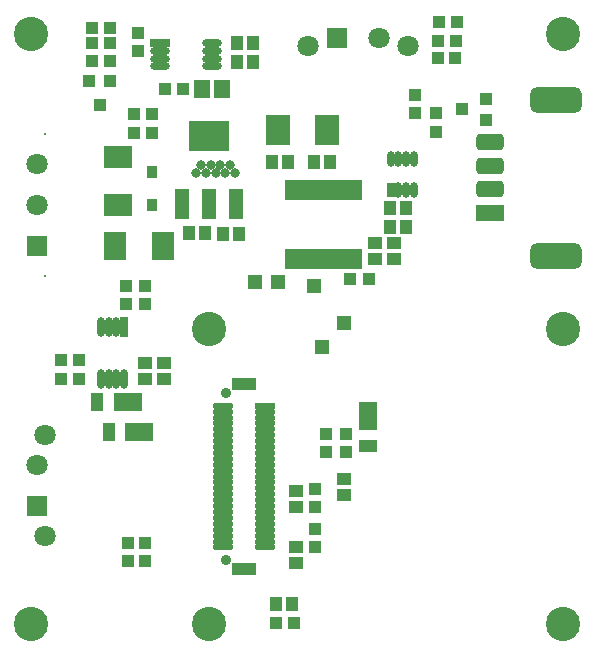
<source format=gts>
G04*
G04 #@! TF.GenerationSoftware,Altium Limited,Altium Designer,19.0.10 (269)*
G04*
G04 Layer_Color=8388736*
%FSLAX25Y25*%
%MOIN*%
G70*
G01*
G75*
%ADD50R,0.07887X0.03950*%
%ADD51O,0.07099X0.01981*%
%ADD52R,0.07099X0.01981*%
%ADD53R,0.04147X0.04147*%
%ADD54R,0.04143X0.04537*%
G04:AMPARAMS|DCode=55|XSize=86.74mil|YSize=173.35mil|CornerRadius=23.68mil|HoleSize=0mil|Usage=FLASHONLY|Rotation=90.000|XOffset=0mil|YOffset=0mil|HoleType=Round|Shape=RoundedRectangle|*
%AMROUNDEDRECTD55*
21,1,0.08674,0.12598,0,0,90.0*
21,1,0.03937,0.17335,0,0,90.0*
1,1,0.04737,0.06299,0.01968*
1,1,0.04737,0.06299,-0.01968*
1,1,0.04737,-0.06299,-0.01968*
1,1,0.04737,-0.06299,0.01968*
%
%ADD55ROUNDEDRECTD55*%
G04:AMPARAMS|DCode=56|XSize=55.24mil|YSize=94.61mil|CornerRadius=15.81mil|HoleSize=0mil|Usage=FLASHONLY|Rotation=90.000|XOffset=0mil|YOffset=0mil|HoleType=Round|Shape=RoundedRectangle|*
%AMROUNDEDRECTD56*
21,1,0.05524,0.06299,0,0,90.0*
21,1,0.02362,0.09461,0,0,90.0*
1,1,0.03162,0.03150,0.01181*
1,1,0.03162,0.03150,-0.01181*
1,1,0.03162,-0.03150,-0.01181*
1,1,0.03162,-0.03150,0.01181*
%
%ADD56ROUNDEDRECTD56*%
%ADD57R,0.09461X0.05524*%
%ADD58R,0.04343X0.03950*%
%ADD59R,0.04147X0.04147*%
%ADD60R,0.04737X0.04737*%
%ADD61O,0.02572X0.05131*%
%ADD62R,0.02572X0.05131*%
%ADD63R,0.06312X0.09461*%
%ADD64R,0.06312X0.04343*%
%ADD65R,0.04537X0.04143*%
%ADD66R,0.07800X0.09300*%
%ADD67R,0.09300X0.07800*%
%ADD68R,0.05328X0.06312*%
%ADD69R,0.09461X0.06312*%
%ADD70R,0.04343X0.06312*%
%ADD71R,0.02572X0.06509*%
%ADD72O,0.06509X0.02572*%
%ADD73R,0.06509X0.02572*%
%ADD74O,0.02572X0.06509*%
%ADD75R,0.03950X0.03950*%
%ADD76R,0.13792X0.10249*%
%ADD77R,0.04737X0.10249*%
%ADD78R,0.08280X0.10249*%
%ADD79R,0.03556X0.03950*%
%ADD80R,0.03950X0.03950*%
%ADD81R,0.03950X0.04343*%
%ADD82C,0.03556*%
%ADD83R,0.07099X0.07099*%
%ADD84C,0.07099*%
%ADD85C,0.00800*%
%ADD86R,0.07099X0.07099*%
%ADD87C,0.11430*%
%ADD88C,0.03162*%
D50*
X80709Y89764D02*
D03*
Y28346D02*
D03*
D51*
X73622Y82677D02*
D03*
Y80709D02*
D03*
Y78740D02*
D03*
Y76772D02*
D03*
Y74803D02*
D03*
Y72835D02*
D03*
Y70866D02*
D03*
Y68898D02*
D03*
Y66929D02*
D03*
Y64961D02*
D03*
Y62992D02*
D03*
Y61024D02*
D03*
Y59055D02*
D03*
Y57087D02*
D03*
Y55118D02*
D03*
Y53150D02*
D03*
Y51181D02*
D03*
Y49213D02*
D03*
Y47244D02*
D03*
Y45276D02*
D03*
Y43307D02*
D03*
Y41339D02*
D03*
Y39370D02*
D03*
Y37402D02*
D03*
Y35433D02*
D03*
X87795D02*
D03*
Y37402D02*
D03*
Y39370D02*
D03*
Y41339D02*
D03*
Y43307D02*
D03*
Y45276D02*
D03*
Y47244D02*
D03*
Y49213D02*
D03*
Y51181D02*
D03*
Y53150D02*
D03*
Y55118D02*
D03*
Y57087D02*
D03*
Y59055D02*
D03*
Y61024D02*
D03*
Y62992D02*
D03*
Y64961D02*
D03*
Y66929D02*
D03*
Y68898D02*
D03*
Y70866D02*
D03*
Y72835D02*
D03*
Y74803D02*
D03*
Y76772D02*
D03*
Y78740D02*
D03*
Y80709D02*
D03*
D52*
Y82677D02*
D03*
D53*
X91339Y10236D02*
D03*
X97441D02*
D03*
X151772Y210630D02*
D03*
X145669D02*
D03*
X30020Y197638D02*
D03*
X36122D02*
D03*
X116142Y124803D02*
D03*
X122244D02*
D03*
X54331Y188189D02*
D03*
X60433D02*
D03*
X145276Y204331D02*
D03*
X151378D02*
D03*
X36122Y208661D02*
D03*
X30020D02*
D03*
X43898Y173622D02*
D03*
X50000D02*
D03*
X43898Y179921D02*
D03*
X50000D02*
D03*
X30020Y203543D02*
D03*
X36122D02*
D03*
D54*
X91339Y16535D02*
D03*
X96653D02*
D03*
X134796Y148425D02*
D03*
X129481D02*
D03*
X134796Y142126D02*
D03*
X129481D02*
D03*
X109449Y163779D02*
D03*
X104134D02*
D03*
X89961D02*
D03*
X95276D02*
D03*
X78347Y197244D02*
D03*
X83661D02*
D03*
X62402Y140157D02*
D03*
X67716D02*
D03*
X78937Y140007D02*
D03*
X73622D02*
D03*
X78347Y203543D02*
D03*
X83661D02*
D03*
D55*
X184602Y184684D02*
D03*
Y132715D02*
D03*
D56*
X162634Y170510D02*
D03*
Y162636D02*
D03*
Y154762D02*
D03*
D57*
Y146888D02*
D03*
D58*
X161417Y177953D02*
D03*
Y185039D02*
D03*
X153543Y181496D02*
D03*
D59*
X144882Y180118D02*
D03*
Y174016D02*
D03*
X137795Y180118D02*
D03*
Y186221D02*
D03*
X104331Y54921D02*
D03*
Y48819D02*
D03*
Y41535D02*
D03*
Y35433D02*
D03*
X108071Y73244D02*
D03*
Y67142D02*
D03*
X114567Y67164D02*
D03*
Y73266D02*
D03*
X19882Y97835D02*
D03*
Y91732D02*
D03*
X45276Y200787D02*
D03*
Y206890D02*
D03*
X47638Y30906D02*
D03*
Y37008D02*
D03*
X25685Y91732D02*
D03*
Y97835D02*
D03*
X47638Y116535D02*
D03*
Y122638D02*
D03*
X41535Y122638D02*
D03*
Y116535D02*
D03*
D60*
X106872Y102362D02*
D03*
X92140Y124016D02*
D03*
X104134Y122638D02*
D03*
X84378Y124016D02*
D03*
X114173Y110236D02*
D03*
D61*
X137303Y165059D02*
D03*
X134744D02*
D03*
X132185D02*
D03*
X129626D02*
D03*
X137303Y154626D02*
D03*
X134744D02*
D03*
X132185D02*
D03*
D62*
X129626D02*
D03*
D63*
X122047Y79331D02*
D03*
D64*
Y69291D02*
D03*
D65*
X114173Y52953D02*
D03*
Y58268D02*
D03*
X98130Y54232D02*
D03*
Y48917D02*
D03*
X98032Y30118D02*
D03*
Y35433D02*
D03*
X53937Y91732D02*
D03*
Y97047D02*
D03*
X124409Y131496D02*
D03*
Y136811D02*
D03*
X130709Y131496D02*
D03*
Y136811D02*
D03*
X47638Y91732D02*
D03*
Y97047D02*
D03*
D66*
X53795Y135827D02*
D03*
X37795D02*
D03*
D67*
X38583Y149606D02*
D03*
Y165606D02*
D03*
D68*
X66634Y188189D02*
D03*
X73524D02*
D03*
D69*
X41929Y83884D02*
D03*
X45866Y74016D02*
D03*
D70*
X31890Y83884D02*
D03*
X35827Y74016D02*
D03*
D71*
X118602Y154724D02*
D03*
X116043D02*
D03*
X113484D02*
D03*
X110925D02*
D03*
X108366D02*
D03*
X105807D02*
D03*
X103248D02*
D03*
X100689D02*
D03*
X98130D02*
D03*
X95571D02*
D03*
X118602Y131496D02*
D03*
X116043D02*
D03*
X113484D02*
D03*
X110925D02*
D03*
X108366D02*
D03*
X105807D02*
D03*
X103248D02*
D03*
X100689D02*
D03*
X98130D02*
D03*
X95571D02*
D03*
X40748Y109055D02*
D03*
D72*
X70079Y195768D02*
D03*
Y198327D02*
D03*
Y200886D02*
D03*
Y203445D02*
D03*
X52756Y195768D02*
D03*
Y198327D02*
D03*
Y200886D02*
D03*
D73*
Y203445D02*
D03*
D74*
X38189Y109055D02*
D03*
X35630D02*
D03*
X33071D02*
D03*
X40748Y91732D02*
D03*
X38189D02*
D03*
X35630D02*
D03*
X33071D02*
D03*
D75*
X145276Y198425D02*
D03*
X151181D02*
D03*
D76*
X69095Y172710D02*
D03*
D77*
X78150Y149876D02*
D03*
X69095D02*
D03*
X60039D02*
D03*
D78*
X92126Y174606D02*
D03*
X108268D02*
D03*
D79*
X50000Y149606D02*
D03*
Y160630D02*
D03*
D80*
X41969Y36811D02*
D03*
Y30906D02*
D03*
D81*
X32677Y183071D02*
D03*
X29134Y190945D02*
D03*
X36220D02*
D03*
D82*
X74803Y86811D02*
D03*
Y31299D02*
D03*
D83*
X111811Y205118D02*
D03*
D84*
X125591D02*
D03*
X101969Y202638D02*
D03*
X135433D02*
D03*
X11811Y163386D02*
D03*
Y149606D02*
D03*
Y62992D02*
D03*
X14291Y39370D02*
D03*
Y72835D02*
D03*
D85*
Y173228D02*
D03*
Y125984D02*
D03*
D86*
X11811Y135827D02*
D03*
Y49213D02*
D03*
D87*
X9843Y9843D02*
D03*
X187008D02*
D03*
X68898D02*
D03*
Y108268D02*
D03*
X187008D02*
D03*
Y206693D02*
D03*
X9843Y206693D02*
D03*
D88*
X66535Y162992D02*
D03*
X69685D02*
D03*
X72835D02*
D03*
X75984D02*
D03*
X77559Y160274D02*
D03*
X74410Y160335D02*
D03*
X71260D02*
D03*
X68110D02*
D03*
X64773D02*
D03*
M02*

</source>
